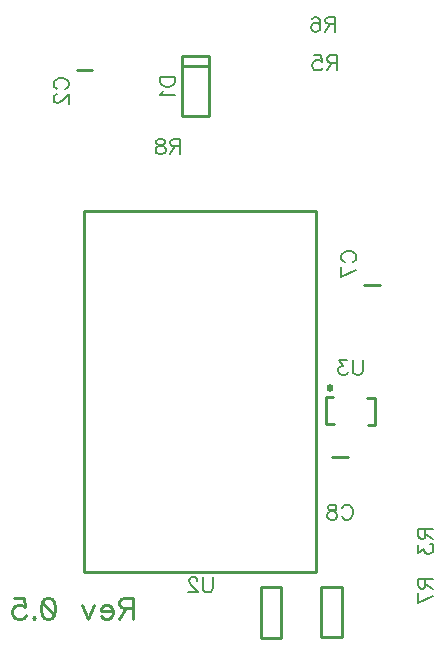
<source format=gbr>
G04 DipTrace 3.0.0.1*
G04 BottomSilk.gbr*
%MOIN*%
G04 #@! TF.FileFunction,Legend,Bot*
G04 #@! TF.Part,Single*
%ADD10C,0.009843*%
%ADD44O,0.023625X0.025977*%
%ADD45O,0.000394X0.016535*%
%ADD105C,0.00772*%
%ADD106C,0.010807*%
%FSLAX26Y26*%
G04*
G70*
G90*
G75*
G01*
G04 BotSilk*
%LPD*%
X1568252Y406552D2*
D10*
X1500260D1*
Y575551D1*
X1568252D1*
Y406552D1*
X1367252Y404551D2*
X1300252D1*
Y574559D1*
X1367252D1*
Y404551D1*
X736988Y2298446D2*
X685846D1*
X1644508Y1579900D2*
X1695650D1*
X1588169Y1007501D2*
X1537028D1*
X1126772Y2345572D2*
X1036220D1*
Y2144627D1*
X1126772Y2312188D2*
X1036220D1*
X1126772Y2144627D2*
X1036220D1*
X1126772Y2345572D2*
Y2144627D1*
X711173Y624016D2*
X1484402D1*
Y1826378D1*
X711173D1*
Y624016D1*
X1655146Y1115358D2*
X1679953D1*
X1679559Y1205509D1*
X1653964D1*
X1540586Y1206303D2*
X1515780D1*
X1516174Y1116135D1*
X1541768D1*
D44*
X1529168Y1237398D3*
D45*
X1529751Y1249213D3*
X620605Y2234101D2*
D105*
X615852Y2236478D1*
X611043Y2241286D1*
X608667Y2246039D1*
Y2255601D1*
X611043Y2260409D1*
X615852Y2265162D1*
X620605Y2267594D1*
X627790Y2269971D1*
X639783D1*
X646913Y2267594D1*
X651722Y2265162D1*
X656475Y2260409D1*
X658907Y2255601D1*
Y2246039D1*
X656475Y2241286D1*
X651722Y2236477D1*
X646913Y2234101D1*
X620660Y2216230D2*
X618284D1*
X613475Y2213853D1*
X611099Y2211477D1*
X608722Y2206668D1*
Y2197107D1*
X611099Y2192353D1*
X613475Y2189977D1*
X618284Y2187545D1*
X623037D1*
X627845Y2189977D1*
X634975Y2194730D1*
X658907Y2218662D1*
Y2185168D1*
X1579266Y1657308D2*
X1574513Y1659685D1*
X1569705Y1664493D1*
X1567328Y1669247D1*
Y1678808D1*
X1569705Y1683617D1*
X1574513Y1688370D1*
X1579266Y1690802D1*
X1586451Y1693178D1*
X1598445D1*
X1605575Y1690802D1*
X1610383Y1688370D1*
X1615136Y1683617D1*
X1617568Y1678808D1*
Y1669246D1*
X1615136Y1664493D1*
X1610383Y1659685D1*
X1605575Y1657308D1*
X1617568Y1632307D2*
X1567383Y1608376D1*
Y1641869D1*
X1569102Y836851D2*
X1571479Y841604D1*
X1576287Y846413D1*
X1581040Y848789D1*
X1590602D1*
X1595410Y846413D1*
X1600164Y841604D1*
X1602595Y836851D1*
X1604972Y829666D1*
Y817673D1*
X1602595Y810543D1*
X1600164Y805734D1*
X1595410Y800981D1*
X1590602Y798549D1*
X1581040D1*
X1576287Y800981D1*
X1571479Y805734D1*
X1569102Y810543D1*
X1541725Y848734D2*
X1548854Y846357D1*
X1551286Y841604D1*
Y836796D1*
X1548854Y832043D1*
X1544101Y829611D1*
X1534540Y827234D1*
X1527355Y824858D1*
X1522601Y820049D1*
X1520225Y815296D1*
Y808111D1*
X1522601Y803358D1*
X1524978Y800926D1*
X1532163Y798549D1*
X1541725D1*
X1548854Y800926D1*
X1551286Y803358D1*
X1553663Y808111D1*
Y815296D1*
X1551286Y820049D1*
X1546478Y824858D1*
X1539348Y827234D1*
X1529786Y829611D1*
X1524978Y832043D1*
X1522601Y836796D1*
Y841604D1*
X1524978Y846357D1*
X1532163Y848734D1*
X1541725D1*
X962997Y2275563D2*
X1013237D1*
Y2258816D1*
X1010806Y2251631D1*
X1006052Y2246823D1*
X1001244Y2244446D1*
X994114Y2242070D1*
X982121D1*
X974936Y2244446D1*
X970182Y2246823D1*
X965374Y2251631D1*
X962997Y2258816D1*
Y2275563D1*
X972614Y2226630D2*
X970182Y2221822D1*
X963053Y2214637D1*
X1013237D1*
X1847882Y767512D2*
Y746012D1*
X1845450Y738827D1*
X1843073Y736395D1*
X1838320Y734019D1*
X1833512D1*
X1828759Y736396D1*
X1826327Y738827D1*
X1823950Y746012D1*
Y767512D1*
X1874190D1*
X1847882Y750766D2*
X1874190Y734019D1*
X1824005Y713771D2*
Y687518D1*
X1843129Y701833D1*
Y694648D1*
X1845505Y689895D1*
X1847882Y687518D1*
X1855067Y685086D1*
X1859820D1*
X1867005Y687518D1*
X1871814Y692271D1*
X1874190Y699456D1*
Y706641D1*
X1871814Y713771D1*
X1869382Y716148D1*
X1864629Y718580D1*
X1553024Y2322520D2*
X1531524D1*
X1524339Y2324952D1*
X1521907Y2327328D1*
X1519531Y2332081D1*
Y2336890D1*
X1521907Y2341643D1*
X1524339Y2344075D1*
X1531524Y2346451D1*
X1553024D1*
Y2296211D1*
X1536277Y2322520D2*
X1519531Y2296211D1*
X1475407Y2346396D2*
X1499283D1*
X1501660Y2324896D1*
X1499283Y2327273D1*
X1492098Y2329705D1*
X1484968D1*
X1477783Y2327273D1*
X1472975Y2322520D1*
X1470598Y2315335D1*
Y2310581D1*
X1472975Y2303396D1*
X1477783Y2298588D1*
X1484968Y2296211D1*
X1492098D1*
X1499283Y2298588D1*
X1501660Y2301020D1*
X1504091Y2305773D1*
X1546690Y2450472D2*
X1525190D1*
X1518005Y2452904D1*
X1515573Y2455281D1*
X1513197Y2460034D1*
Y2464843D1*
X1515573Y2469596D1*
X1518005Y2472028D1*
X1525190Y2474404D1*
X1546690D1*
Y2424164D1*
X1529943Y2450472D2*
X1513197Y2424164D1*
X1469072Y2467219D2*
X1471449Y2471972D1*
X1478634Y2474349D1*
X1483387D1*
X1490572Y2471972D1*
X1495381Y2464787D1*
X1497757Y2452849D1*
Y2440911D1*
X1495381Y2431349D1*
X1490572Y2426541D1*
X1483387Y2424164D1*
X1481011D1*
X1473881Y2426541D1*
X1469072Y2431349D1*
X1466696Y2438534D1*
Y2440911D1*
X1469072Y2448096D1*
X1473881Y2452849D1*
X1481011Y2455226D1*
X1483387D1*
X1490572Y2452849D1*
X1495381Y2448096D1*
X1497757Y2440911D1*
X1847882Y602512D2*
Y581012D1*
X1845450Y573827D1*
X1843073Y571395D1*
X1838320Y569019D1*
X1833512D1*
X1828759Y571396D1*
X1826327Y573827D1*
X1823950Y581012D1*
Y602512D1*
X1874190D1*
X1847882Y585766D2*
X1874190Y569019D1*
Y544018D2*
X1824005Y520086D1*
Y553580D1*
X1031288Y2043520D2*
X1009788D1*
X1002603Y2045952D1*
X1000171Y2048328D1*
X997794Y2053081D1*
Y2057890D1*
X1000171Y2062643D1*
X1002603Y2065075D1*
X1009788Y2067451D1*
X1031288D1*
Y2017211D1*
X1014541Y2043520D2*
X997794Y2017211D1*
X970417Y2067396D2*
X977547Y2065020D1*
X979979Y2060266D1*
Y2055458D1*
X977547Y2050705D1*
X972793Y2048273D1*
X963232Y2045896D1*
X956047Y2043520D1*
X951294Y2038711D1*
X948917Y2033958D1*
Y2026773D1*
X951294Y2022020D1*
X953670Y2019588D1*
X960855Y2017211D1*
X970417D1*
X977547Y2019588D1*
X979979Y2022020D1*
X982355Y2026773D1*
Y2033958D1*
X979979Y2038711D1*
X975170Y2043520D1*
X968040Y2045896D1*
X958479Y2048273D1*
X953670Y2050705D1*
X951294Y2055458D1*
Y2060266D1*
X953670Y2065020D1*
X960855Y2067396D1*
X970417D1*
X1139000Y607057D2*
Y571187D1*
X1136624Y564002D1*
X1131815Y559249D1*
X1124630Y556817D1*
X1119877D1*
X1112692Y559249D1*
X1107884Y564002D1*
X1105507Y571187D1*
Y607057D1*
X1087636Y595064D2*
Y597440D1*
X1085259Y602249D1*
X1082883Y604625D1*
X1078074Y607002D1*
X1068513D1*
X1063759Y604625D1*
X1061383Y602249D1*
X1058951Y597440D1*
Y592687D1*
X1061383Y587879D1*
X1066136Y580749D1*
X1090068Y556817D1*
X1056574D1*
X1639079Y1330703D2*
Y1294833D1*
X1636703Y1287648D1*
X1631894Y1282895D1*
X1624709Y1280463D1*
X1619956D1*
X1612771Y1282895D1*
X1607962Y1287648D1*
X1605586Y1294833D1*
Y1330703D1*
X1585338Y1330648D2*
X1559085D1*
X1573400Y1311525D1*
X1566215D1*
X1561462Y1309148D1*
X1559085Y1306772D1*
X1556653Y1299587D1*
Y1294833D1*
X1559085Y1287648D1*
X1563838Y1282840D1*
X1571023Y1280463D1*
X1578208D1*
X1585338Y1282840D1*
X1587715Y1285272D1*
X1590147Y1290025D1*
X874223Y505454D2*
D106*
X844123D1*
X834064Y508859D1*
X830660Y512186D1*
X827332Y518841D1*
Y525572D1*
X830660Y532227D1*
X834064Y535631D1*
X844123Y538959D1*
X874223D1*
Y468623D1*
X850778Y505454D2*
X827332Y468623D1*
X805717Y495395D2*
X765559D1*
Y502127D1*
X768886Y508859D1*
X772213Y512186D1*
X778945Y515513D1*
X789004D1*
X795658Y512186D1*
X802390Y505454D1*
X805717Y495395D1*
Y488741D1*
X802390Y478682D1*
X795658Y472027D1*
X789004Y468623D1*
X778945D1*
X772213Y472027D1*
X765559Y478682D1*
X743944Y515513D2*
X723825Y468623D1*
X703785Y515513D1*
X594010Y538881D2*
X604069Y535554D1*
X610801Y525495D1*
X614128Y508781D1*
Y498722D1*
X610801Y482009D1*
X604069Y471950D1*
X594010Y468623D1*
X587356D1*
X577297Y471950D1*
X570642Y482009D1*
X567238Y498722D1*
Y508781D1*
X570642Y525495D1*
X577297Y535554D1*
X587356Y538881D1*
X594010D1*
X570642Y525495D2*
X610801Y482009D1*
X542296Y475354D2*
X545623Y471950D1*
X542296Y468623D1*
X538891Y471950D1*
X542296Y475354D1*
X477117Y538881D2*
X510544D1*
X513871Y508781D1*
X510544Y512109D1*
X500485Y515513D1*
X490503D1*
X480444Y512109D1*
X473713Y505454D1*
X470385Y495395D1*
Y488741D1*
X473713Y478682D1*
X480444Y471950D1*
X490503Y468623D1*
X500485D1*
X510544Y471950D1*
X513871Y475354D1*
X517276Y482009D1*
M02*

</source>
